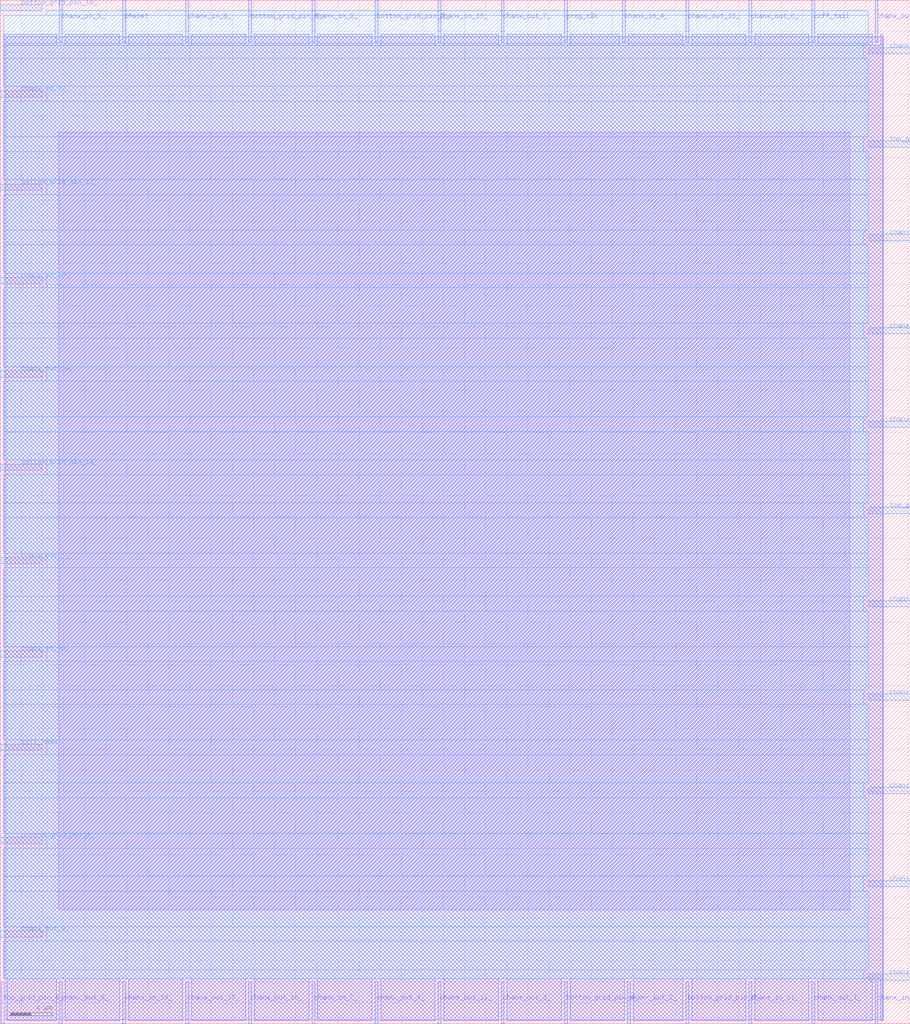
<source format=lef>
VERSION 5.7 ;
  NAMESCASESENSITIVE ON ;
  NOWIREEXTENSIONATPIN ON ;
  DIVIDERCHAR "/" ;
  BUSBITCHARS "[]" ;
UNITS
  DATABASE MICRONS 200 ;
END UNITS

MACRO cbx_1__0_
  CLASS BLOCK ;
  FOREIGN cbx_1__0_ ;
  ORIGIN 0.000 0.000 ;
  SIZE 86.225 BY 96.945 ;
  PIN bottom_grid_pin_0_
    DIRECTION OUTPUT TRISTATE ;
    PORT
      LAYER met3 ;
        RECT 0.000 17.040 4.000 17.640 ;
    END
  END bottom_grid_pin_0_
  PIN bottom_grid_pin_10_
    DIRECTION OUTPUT TRISTATE ;
    PORT
      LAYER met3 ;
        RECT 0.000 95.920 4.000 96.520 ;
    END
  END bottom_grid_pin_10_
  PIN bottom_grid_pin_12_
    DIRECTION OUTPUT TRISTATE ;
    PORT
      LAYER met3 ;
        RECT 0.000 78.920 4.000 79.520 ;
    END
  END bottom_grid_pin_12_
  PIN bottom_grid_pin_14_
    DIRECTION OUTPUT TRISTATE ;
    PORT
      LAYER met3 ;
        RECT 0.000 52.400 4.000 53.000 ;
    END
  END bottom_grid_pin_14_
  PIN bottom_grid_pin_2_
    DIRECTION OUTPUT TRISTATE ;
    PORT
      LAYER met2 ;
        RECT 35.510 92.945 35.790 96.945 ;
    END
  END bottom_grid_pin_2_
  PIN bottom_grid_pin_4_
    DIRECTION OUTPUT TRISTATE ;
    PORT
      LAYER met2 ;
        RECT 53.450 0.000 53.730 4.000 ;
    END
  END bottom_grid_pin_4_
  PIN bottom_grid_pin_6_
    DIRECTION OUTPUT TRISTATE ;
    PORT
      LAYER met2 ;
        RECT 64.950 0.000 65.230 4.000 ;
    END
  END bottom_grid_pin_6_
  PIN bottom_grid_pin_8_
    DIRECTION OUTPUT TRISTATE ;
    PORT
      LAYER met2 ;
        RECT 23.550 92.945 23.830 96.945 ;
    END
  END bottom_grid_pin_8_
  PIN ccff_head
    DIRECTION INPUT ;
    PORT
      LAYER met3 ;
        RECT 0.000 25.880 4.000 26.480 ;
    END
  END ccff_head
  PIN ccff_tail
    DIRECTION OUTPUT TRISTATE ;
    PORT
      LAYER met2 ;
        RECT 76.910 92.945 77.190 96.945 ;
    END
  END ccff_tail
  PIN chanx_in_0_
    DIRECTION INPUT ;
    PORT
      LAYER met3 ;
        RECT 82.225 65.320 86.225 65.920 ;
    END
  END chanx_in_0_
  PIN chanx_in_10_
    DIRECTION INPUT ;
    PORT
      LAYER met3 ;
        RECT 0.000 70.080 4.000 70.680 ;
    END
  END chanx_in_10_
  PIN chanx_in_11_
    DIRECTION INPUT ;
    PORT
      LAYER met2 ;
        RECT 70.930 0.000 71.210 4.000 ;
    END
  END chanx_in_11_
  PIN chanx_in_12_
    DIRECTION INPUT ;
    PORT
      LAYER met3 ;
        RECT 0.000 87.760 4.000 88.360 ;
    END
  END chanx_in_12_
  PIN chanx_in_13_
    DIRECTION INPUT ;
    PORT
      LAYER met2 ;
        RECT 41.490 92.945 41.770 96.945 ;
    END
  END chanx_in_13_
  PIN chanx_in_14_
    DIRECTION INPUT ;
    PORT
      LAYER met2 ;
        RECT 11.590 0.000 11.870 4.000 ;
    END
  END chanx_in_14_
  PIN chanx_in_15_
    DIRECTION INPUT ;
    PORT
      LAYER met3 ;
        RECT 82.225 21.800 86.225 22.400 ;
    END
  END chanx_in_15_
  PIN chanx_in_16_
    DIRECTION INPUT ;
    PORT
      LAYER met3 ;
        RECT 0.000 34.720 4.000 35.320 ;
    END
  END chanx_in_16_
  PIN chanx_in_17_
    DIRECTION INPUT ;
    PORT
      LAYER met3 ;
        RECT 82.225 39.480 86.225 40.080 ;
    END
  END chanx_in_17_
  PIN chanx_in_1_
    DIRECTION INPUT ;
    PORT
      LAYER met3 ;
        RECT 82.225 91.840 86.225 92.440 ;
    END
  END chanx_in_1_
  PIN chanx_in_2_
    DIRECTION INPUT ;
    PORT
      LAYER met3 ;
        RECT 82.225 12.960 86.225 13.560 ;
    END
  END chanx_in_2_
  PIN chanx_in_3_
    DIRECTION INPUT ;
    PORT
      LAYER met2 ;
        RECT 5.610 92.945 5.890 96.945 ;
    END
  END chanx_in_3_
  PIN chanx_in_4_
    DIRECTION INPUT ;
    PORT
      LAYER met2 ;
        RECT 58.970 92.945 59.250 96.945 ;
    END
  END chanx_in_4_
  PIN chanx_in_5_
    DIRECTION INPUT ;
    PORT
      LAYER met3 ;
        RECT 82.225 4.120 86.225 4.720 ;
    END
  END chanx_in_5_
  PIN chanx_in_6_
    DIRECTION INPUT ;
    PORT
      LAYER met2 ;
        RECT 29.530 92.945 29.810 96.945 ;
    END
  END chanx_in_6_
  PIN chanx_in_7_
    DIRECTION INPUT ;
    PORT
      LAYER met2 ;
        RECT 29.530 0.000 29.810 4.000 ;
    END
  END chanx_in_7_
  PIN chanx_in_8_
    DIRECTION INPUT ;
    PORT
      LAYER met2 ;
        RECT 17.570 92.945 17.850 96.945 ;
    END
  END chanx_in_8_
  PIN chanx_in_9_
    DIRECTION INPUT ;
    PORT
      LAYER met2 ;
        RECT 82.890 0.000 83.170 4.000 ;
    END
  END chanx_in_9_
  PIN chanx_out_0_
    DIRECTION OUTPUT TRISTATE ;
    PORT
      LAYER met2 ;
        RECT 70.930 92.945 71.210 96.945 ;
    END
  END chanx_out_0_
  PIN chanx_out_10_
    DIRECTION OUTPUT TRISTATE ;
    PORT
      LAYER met3 ;
        RECT 0.000 61.240 4.000 61.840 ;
    END
  END chanx_out_10_
  PIN chanx_out_11_
    DIRECTION OUTPUT TRISTATE ;
    PORT
      LAYER met2 ;
        RECT 41.490 0.000 41.770 4.000 ;
    END
  END chanx_out_11_
  PIN chanx_out_12_
    DIRECTION OUTPUT TRISTATE ;
    PORT
      LAYER met3 ;
        RECT 82.225 74.160 86.225 74.760 ;
    END
  END chanx_out_12_
  PIN chanx_out_13_
    DIRECTION OUTPUT TRISTATE ;
    PORT
      LAYER met2 ;
        RECT 64.950 92.945 65.230 96.945 ;
    END
  END chanx_out_13_
  PIN chanx_out_14_
    DIRECTION OUTPUT TRISTATE ;
    PORT
      LAYER met2 ;
        RECT 82.890 92.945 83.170 96.945 ;
    END
  END chanx_out_14_
  PIN chanx_out_15_
    DIRECTION OUTPUT TRISTATE ;
    PORT
      LAYER met3 ;
        RECT 82.225 30.640 86.225 31.240 ;
    END
  END chanx_out_15_
  PIN chanx_out_16_
    DIRECTION OUTPUT TRISTATE ;
    PORT
      LAYER met2 ;
        RECT 23.550 0.000 23.830 4.000 ;
    END
  END chanx_out_16_
  PIN chanx_out_17_
    DIRECTION OUTPUT TRISTATE ;
    PORT
      LAYER met2 ;
        RECT 17.570 0.000 17.850 4.000 ;
    END
  END chanx_out_17_
  PIN chanx_out_1_
    DIRECTION OUTPUT TRISTATE ;
    PORT
      LAYER met2 ;
        RECT 76.910 0.000 77.190 4.000 ;
    END
  END chanx_out_1_
  PIN chanx_out_2_
    DIRECTION OUTPUT TRISTATE ;
    PORT
      LAYER met2 ;
        RECT 59.430 0.000 59.710 4.000 ;
    END
  END chanx_out_2_
  PIN chanx_out_3_
    DIRECTION OUTPUT TRISTATE ;
    PORT
      LAYER met2 ;
        RECT 47.470 0.000 47.750 4.000 ;
    END
  END chanx_out_3_
  PIN chanx_out_4_
    DIRECTION OUTPUT TRISTATE ;
    PORT
      LAYER met2 ;
        RECT 35.510 0.000 35.790 4.000 ;
    END
  END chanx_out_4_
  PIN chanx_out_5_
    DIRECTION OUTPUT TRISTATE ;
    PORT
      LAYER met3 ;
        RECT 0.000 43.560 4.000 44.160 ;
    END
  END chanx_out_5_
  PIN chanx_out_6_
    DIRECTION OUTPUT TRISTATE ;
    PORT
      LAYER met2 ;
        RECT 5.610 0.000 5.890 4.000 ;
    END
  END chanx_out_6_
  PIN chanx_out_7_
    DIRECTION OUTPUT TRISTATE ;
    PORT
      LAYER met2 ;
        RECT 47.470 92.945 47.750 96.945 ;
    END
  END chanx_out_7_
  PIN chanx_out_8_
    DIRECTION OUTPUT TRISTATE ;
    PORT
      LAYER met3 ;
        RECT 82.225 56.480 86.225 57.080 ;
    END
  END chanx_out_8_
  PIN chanx_out_9_
    DIRECTION OUTPUT TRISTATE ;
    PORT
      LAYER met3 ;
        RECT 0.000 8.200 4.000 8.800 ;
    END
  END chanx_out_9_
  PIN pReset
    DIRECTION INPUT ;
    PORT
      LAYER met2 ;
        RECT 11.590 92.945 11.870 96.945 ;
    END
  END pReset
  PIN prog_clk
    DIRECTION INPUT ;
    PORT
      LAYER met2 ;
        RECT 53.450 92.945 53.730 96.945 ;
    END
  END prog_clk
  PIN top_grid_pin_14_
    DIRECTION OUTPUT TRISTATE ;
    PORT
      LAYER met3 ;
        RECT 82.225 83.000 86.225 83.600 ;
    END
  END top_grid_pin_14_
  PIN top_grid_pin_2_
    DIRECTION OUTPUT TRISTATE ;
    PORT
      LAYER met3 ;
        RECT 82.225 48.320 86.225 48.920 ;
    END
  END top_grid_pin_2_
  PIN top_grid_pin_6_
    DIRECTION OUTPUT TRISTATE ;
    PORT
      LAYER met2 ;
        RECT 0.090 0.000 0.370 4.000 ;
    END
  END top_grid_pin_6_
  OBS
      LAYER li1 ;
        RECT 5.520 10.795 80.500 84.405 ;
      LAYER met1 ;
        RECT 0.530 0.380 83.650 93.460 ;
      LAYER met2 ;
        RECT 0.370 92.665 5.330 93.685 ;
        RECT 6.170 92.665 11.310 93.685 ;
        RECT 12.150 92.665 17.290 93.685 ;
        RECT 18.130 92.665 23.270 93.685 ;
        RECT 24.110 92.665 29.250 93.685 ;
        RECT 30.090 92.665 35.230 93.685 ;
        RECT 36.070 92.665 41.210 93.685 ;
        RECT 42.050 92.665 47.190 93.685 ;
        RECT 48.030 92.665 53.170 93.685 ;
        RECT 54.010 92.665 58.690 93.685 ;
        RECT 59.530 92.665 64.670 93.685 ;
        RECT 65.510 92.665 70.650 93.685 ;
        RECT 71.490 92.665 76.630 93.685 ;
        RECT 77.470 92.665 82.610 93.685 ;
        RECT 83.450 92.665 83.620 93.685 ;
        RECT 0.370 4.280 83.620 92.665 ;
        RECT 0.650 0.270 5.330 4.280 ;
        RECT 6.170 0.270 11.310 4.280 ;
        RECT 12.150 0.270 17.290 4.280 ;
        RECT 18.130 0.270 23.270 4.280 ;
        RECT 24.110 0.270 29.250 4.280 ;
        RECT 30.090 0.270 35.230 4.280 ;
        RECT 36.070 0.270 41.210 4.280 ;
        RECT 42.050 0.270 47.190 4.280 ;
        RECT 48.030 0.270 53.170 4.280 ;
        RECT 54.010 0.270 59.150 4.280 ;
        RECT 59.990 0.270 64.670 4.280 ;
        RECT 65.510 0.270 70.650 4.280 ;
        RECT 71.490 0.270 76.630 4.280 ;
        RECT 77.470 0.270 82.610 4.280 ;
        RECT 83.450 0.270 83.620 4.280 ;
      LAYER met3 ;
        RECT 4.400 95.520 82.225 95.920 ;
        RECT 0.310 92.840 82.225 95.520 ;
        RECT 0.310 91.440 81.825 92.840 ;
        RECT 0.310 88.760 82.225 91.440 ;
        RECT 4.400 87.360 82.225 88.760 ;
        RECT 0.310 84.000 82.225 87.360 ;
        RECT 0.310 82.600 81.825 84.000 ;
        RECT 0.310 79.920 82.225 82.600 ;
        RECT 4.400 78.520 82.225 79.920 ;
        RECT 0.310 75.160 82.225 78.520 ;
        RECT 0.310 73.760 81.825 75.160 ;
        RECT 0.310 71.080 82.225 73.760 ;
        RECT 4.400 69.680 82.225 71.080 ;
        RECT 0.310 66.320 82.225 69.680 ;
        RECT 0.310 64.920 81.825 66.320 ;
        RECT 0.310 62.240 82.225 64.920 ;
        RECT 4.400 60.840 82.225 62.240 ;
        RECT 0.310 57.480 82.225 60.840 ;
        RECT 0.310 56.080 81.825 57.480 ;
        RECT 0.310 53.400 82.225 56.080 ;
        RECT 4.400 52.000 82.225 53.400 ;
        RECT 0.310 49.320 82.225 52.000 ;
        RECT 0.310 47.920 81.825 49.320 ;
        RECT 0.310 44.560 82.225 47.920 ;
        RECT 4.400 43.160 82.225 44.560 ;
        RECT 0.310 40.480 82.225 43.160 ;
        RECT 0.310 39.080 81.825 40.480 ;
        RECT 0.310 35.720 82.225 39.080 ;
        RECT 4.400 34.320 82.225 35.720 ;
        RECT 0.310 31.640 82.225 34.320 ;
        RECT 0.310 30.240 81.825 31.640 ;
        RECT 0.310 26.880 82.225 30.240 ;
        RECT 4.400 25.480 82.225 26.880 ;
        RECT 0.310 22.800 82.225 25.480 ;
        RECT 0.310 21.400 81.825 22.800 ;
        RECT 0.310 18.040 82.225 21.400 ;
        RECT 4.400 16.640 82.225 18.040 ;
        RECT 0.310 13.960 82.225 16.640 ;
        RECT 0.310 12.560 81.825 13.960 ;
        RECT 0.310 9.200 82.225 12.560 ;
        RECT 4.400 7.800 82.225 9.200 ;
        RECT 0.310 5.120 82.225 7.800 ;
        RECT 0.310 4.255 81.825 5.120 ;
  END
END cbx_1__0_
END LIBRARY


</source>
